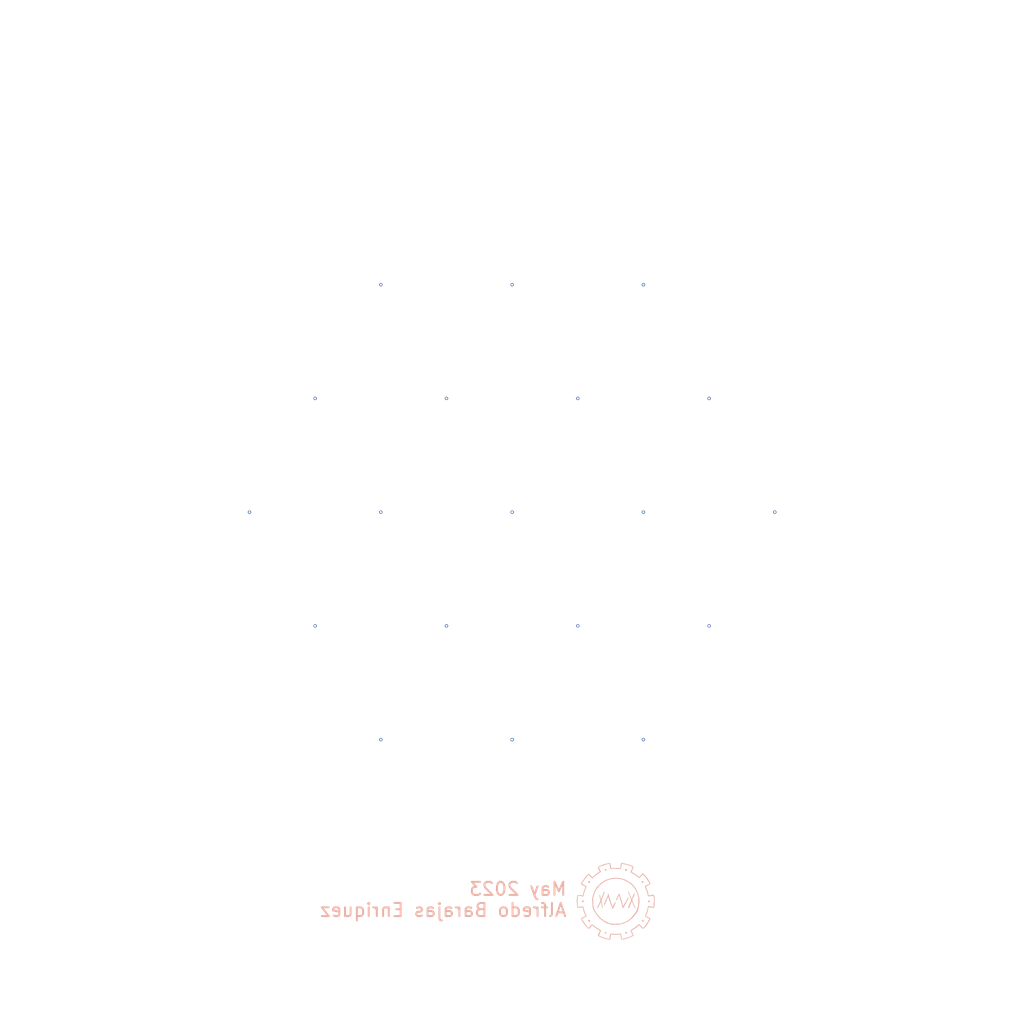
<source format=kicad_pcb>
(kicad_pcb (version 20221018) (generator pcbnew)
  (layers (0 "F.Cu" signal) (31 "B.Cu" signal) (34 "B.Paste" user) (35 "F.Paste" user) (36 "B.SilkS" user "B.Silkscreen") (37 "F.SilkS" user "F.Silkscreen") (38 "B.Mask" user) (39 "F.Mask" user) (44 "Edge.Cuts" user))
  (net 0 "")
  (footprint "LOGO" (layer "B.Cu") (at 68.064998 86.430715 180)
    (fp_text reference "G***" hide)
    (fp_text value "LOGO" hide)
  )
  (gr_circle (center 29.864106 74.340003) (end 31.364106 74.340003) (stroke (width 0.001)) (fill none) (layer "Edge.Cuts"))
  (gr_circle (center 90.485884 74.340003) (end 91.985884 74.340003) (stroke (width 0.001)) (fill none) (layer "Edge.Cuts"))
  (gr_circle (center 60.174995 21.840003) (end 61.674995 21.840003) (stroke (width 0.001)) (fill none) (layer "Edge.Cuts"))
  (gr_circle (center 60.174995 56.840003) (end 99.174995 56.840003) (stroke (width 0.001)) (fill none) (layer "Edge.Cuts"))
  (gr_text "May 2023\nAlfredo Barajas Enriquez\n" (at 64.4 87.73) (layer "B.SilkS") (effects (font (size 1 1)) (justify left bottom mirror)))
  (via blind (at 60.174995 74.160003) (size 0.25) (drill 0.15) (layers "F.Cu" "B.Cu") (net 0))
  (via blind (at 75.174995 65.500003) (size 0.25) (drill 0.15) (layers "F.Cu" "B.Cu") (net 0))
  (via blind (at 50.174995 56.840003) (size 0.25) (drill 0.15) (layers "F.Cu" "B.Cu") (net 0))
  (via blind (at 60.174995 74.160003) (size 0.25) (drill 0.15) (layers "F.Cu" "B.Cu") (net 0))
  (via blind (at 50.174995 39.520003) (size 0.25) (drill 0.15) (layers "F.Cu" "B.Cu") (net 0))
  (via blind (at 65.174995 65.500003) (size 0.25) (drill 0.15) (layers "F.Cu" "B.Cu") (net 0))
  (via blind (at 75.174995 48.180003) (size 0.25) (drill 0.15) (layers "F.Cu" "B.Cu") (net 0))
  (via blind (at 45.174995 48.180003) (size 0.25) (drill 0.15) (layers "F.Cu" "B.Cu") (net 0))
  (via blind (at 60.174995 56.840003) (size 0.25) (drill 0.15) (layers "F.Cu" "B.Cu") (net 0))
  (via blind (at 60.174995 39.520003) (size 0.25) (drill 0.15) (layers "F.Cu" "B.Cu") (net 0))
  (via blind (at 55.174995 65.500003) (size 0.25) (drill 0.15) (layers "F.Cu" "B.Cu") (net 0))
  (via blind (at 80.174995 56.840003) (size 0.25) (drill 0.15) (layers "F.Cu" "B.Cu") (net 0))
  (via blind (at 50.174995 74.160003) (size 0.25) (drill 0.15) (layers "F.Cu" "B.Cu") (net 0))
  (via blind (at 55.174995 48.180003) (size 0.25) (drill 0.15) (layers "F.Cu" "B.Cu") (net 0))
  (via blind (at 65.174995 48.180003) (size 0.25) (drill 0.15) (layers "F.Cu" "B.Cu") (net 0))
  (via blind (at 70.174995 56.840003) (size 0.25) (drill 0.15) (layers "F.Cu" "B.Cu") (net 0))
  (via blind (at 40.174995 56.840003) (size 0.25) (drill 0.15) (layers "F.Cu" "B.Cu") (net 0))
  (via blind (at 70.174995 74.160003) (size 0.25) (drill 0.15) (layers "F.Cu" "B.Cu") (net 0))
  (via blind (at 70.174995 39.520003) (size 0.25) (drill 0.15) (layers "F.Cu" "B.Cu") (net 0))
  (via blind (at 45.174995 65.500003) (size 0.25) (drill 0.15) (layers "F.Cu" "B.Cu") (net 0))
)
</source>
